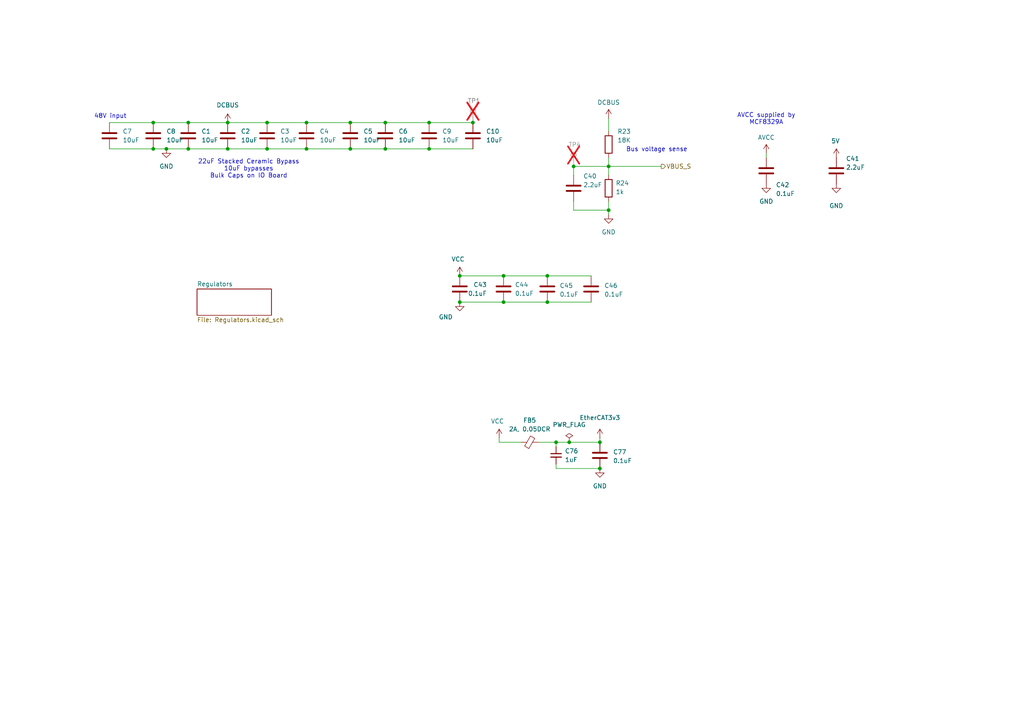
<source format=kicad_sch>
(kicad_sch (version 20231120) (generator "eeschema") (generator_version "8.0")
  (paper "A4")
  (lib_symbols
    (symbol "Connector:TestPoint" (pin_numbers hide) (pin_names (offset 0.762) hide)
      (property "Reference" "TP" (at 0 6.858 0))
      (property "Value" "TestPoint" (at 0 5.08 0))
      (symbol "TestPoint_0_1"
        (circle (center 0 3.302) (radius 0.762))
      )
      (symbol "TestPoint_1_1"
        (pin passive line (at 0 0 90) (length 2.54) (name "1") (number "1"))
      )
    )
    (symbol "Device:C" (pin_numbers hide) (pin_names (offset 0.254))
      (property "Reference" "C" (at 0.635 2.54 0))
      (property "Value" "C" (at 0.635 -2.54 0))
      (symbol "C_0_1"
        (polyline (pts (xy -2.032 -0.762) (xy 2.032 -0.762)) (stroke (width 0.508)))
        (polyline (pts (xy -2.032 0.762) (xy 2.032 0.762)) (stroke (width 0.508)))
      )
      (symbol "C_1_1"
        (pin passive line (at 0 3.81 270) (length 2.794) (name "~") (number "1"))
        (pin passive line (at 0 -3.81 90) (length 2.794) (name "~") (number "2"))
      )
    )
    (symbol "Device:C_Small" (pin_numbers hide) (pin_names (offset 0.254) hide)
      (property "Reference" "C" (at 0.254 1.778 0))
      (property "Value" "C_Small" (at 0.254 -2.032 0))
      (symbol "C_Small_0_1"
        (polyline (pts (xy -1.524 -0.508) (xy 1.524 -0.508)) (stroke (width 0.3302)))
        (polyline (pts (xy -1.524 0.508) (xy 1.524 0.508)) (stroke (width 0.3048)))
      )
      (symbol "C_Small_1_1"
        (pin passive line (at 0 2.54 270) (length 2.032) (name "~") (number "1"))
        (pin passive line (at 0 -2.54 90) (length 2.032) (name "~") (number "2"))
      )
    )
    (symbol "Device:FerriteBead_Small" (pin_numbers hide) (pin_names (offset 0))
      (property "Reference" "FB" (at 1.905 1.27 0))
      (property "Value" "FerriteBead_Small" (at 1.905 -1.27 0))
      (symbol "FerriteBead_Small_0_1"
        (polyline (pts (xy 0 -1.27) (xy 0 -0.7874)))
        (polyline (pts (xy 0 0.889) (xy 0 1.2954)))
        (polyline (pts (xy -1.8288 0.2794) (xy -1.1176 1.4986) (xy 1.8288 -0.2032) (xy 1.1176 -1.4224) (xy -1.8288 0.2794)))
      )
      (symbol "FerriteBead_Small_1_1"
        (pin passive line (at 0 2.54 270) (length 1.27) (name "~") (number "1"))
        (pin passive line (at 0 -2.54 90) (length 1.27) (name "~") (number "2"))
      )
    )
    (symbol "Device:R" (pin_numbers hide) (pin_names (offset 0))
      (property "Reference" "R" (at 2.032 0 90))
      (property "Value" "R" (at 0 0 90))
      (symbol "R_0_1"
        (rectangle (start -1.016 -2.54) (end 1.016 2.54) (stroke (width 0.254)))
      )
      (symbol "R_1_1"
        (pin passive line (at 0 3.81 270) (length 1.27) (name "~") (number "1"))
        (pin passive line (at 0 -3.81 90) (length 1.27) (name "~") (number "2"))
      )
    )
    (symbol "power:+3.3V" (power) (pin_numbers hide) (pin_names (offset 0) hide)
      (property "Value" "+3.3V" (at 0 3.556 0))
      (symbol "+3.3V_0_1"
        (polyline (pts (xy -0.762 1.27) (xy 0 2.54)))
        (polyline (pts (xy 0 0) (xy 0 2.54)))
        (polyline (pts (xy 0 2.54) (xy 0.762 1.27)))
      )
      (symbol "+3.3V_1_1"
        (pin power_in line (at 0 0 90) (length 0) (name "~") (number "1"))
      )
    )
    (symbol "power:+48V" (power) (pin_numbers hide) (pin_names (offset 0) hide)
      (property "Value" "+48V" (at 0 3.556 0))
      (symbol "+48V_0_1"
        (polyline (pts (xy -0.762 1.27) (xy 0 2.54)))
        (polyline (pts (xy 0 0) (xy 0 2.54)))
        (polyline (pts (xy 0 2.54) (xy 0.762 1.27)))
      )
      (symbol "+48V_1_1"
        (pin power_in line (at 0 0 90) (length 0) (name "~") (number "1"))
      )
    )
    (symbol "power:+5V" (power) (pin_numbers hide) (pin_names (offset 0) hide)
      (property "Value" "+5V" (at 0 3.556 0))
      (symbol "+5V_0_1"
        (polyline (pts (xy -0.762 1.27) (xy 0 2.54)))
        (polyline (pts (xy 0 0) (xy 0 2.54)))
        (polyline (pts (xy 0 2.54) (xy 0.762 1.27)))
      )
      (symbol "+5V_1_1"
        (pin power_in line (at 0 0 90) (length 0) (name "~") (number "1"))
      )
    )
    (symbol "power:GND" (power) (pin_numbers hide) (pin_names (offset 0) hide)
      (property "Value" "GND" (at 0 -3.81 0))
      (symbol "GND_0_1"
        (polyline (pts (xy 0 0) (xy 0 -1.27) (xy 1.27 -1.27) (xy 0 -2.54) (xy -1.27 -1.27) (xy 0 -1.27)))
      )
      (symbol "GND_1_1"
        (pin power_in line (at 0 0 270) (length 0) (name "~") (number "1"))
      )
    )
    (symbol "power:PWR_FLAG" (power) (pin_numbers hide) (pin_names (offset 0) hide)
      (property "Value" "PWR_FLAG" (at 0 3.81 0))
      (symbol "PWR_FLAG_0_0"
        (pin power_out line (at 0 0 90) (length 0) (name "~") (number "1"))
      )
      (symbol "PWR_FLAG_0_1"
        (polyline (pts (xy 0 0) (xy 0 1.27) (xy -1.016 1.905) (xy 0 2.54) (xy 1.016 1.905) (xy 0 1.27)))
      )
    )
    (symbol "power:VCC" (power) (pin_numbers hide) (pin_names (offset 0) hide)
      (property "Value" "VCC" (at 0 3.556 0))
      (symbol "VCC_0_1"
        (polyline (pts (xy -0.762 1.27) (xy 0 2.54)))
        (polyline (pts (xy 0 0) (xy 0 2.54)))
        (polyline (pts (xy 0 2.54) (xy 0.762 1.27)))
      )
      (symbol "VCC_1_1"
        (pin power_in line (at 0 0 90) (length 0) (name "~") (number "1"))
      )
    )
  )
  (junction (at 158.75 87.63))
  (junction (at 176.53 60.96))
  (junction (at 146.05 80.01))
  (junction (at 158.75 80.01))
  (junction (at 133.35 87.63))
  (junction (at 166.37 48.26))
  (junction (at 173.99 135.89))
  (junction (at 133.35 80.01))
  (junction (at 54.61 35.56))
  (junction (at 44.45 35.56))
  (junction (at 146.05 87.63))
  (junction (at 161.29 128.27))
  (junction (at 101.6 35.56))
  (junction (at 137.16 35.56))
  (junction (at 88.9 35.56))
  (junction (at 165.1 128.27))
  (junction (at 77.47 35.56))
  (junction (at 124.46 43.18))
  (junction (at 176.53 48.26))
  (junction (at 111.76 35.56))
  (junction (at 48.26 43.18))
  (junction (at 88.9 43.18))
  (junction (at 173.99 128.27))
  (junction (at 124.46 35.56))
  (junction (at 66.04 43.18))
  (junction (at 54.61 43.18))
  (junction (at 44.45 43.18))
  (junction (at 66.04 35.56))
  (junction (at 77.47 43.18))
  (junction (at 111.76 43.18))
  (junction (at 101.6 43.18))
  (wire (pts (xy 66.04 43.18) (xy 77.47 43.18)))
  (wire (pts (xy 176.53 48.26) (xy 176.53 50.8)))
  (wire (pts (xy 176.53 34.29) (xy 176.53 38.1)))
  (wire (pts (xy 101.6 35.56) (xy 111.76 35.56)))
  (wire (pts (xy 111.76 43.18) (xy 124.46 43.18)))
  (wire (pts (xy 66.04 35.56) (xy 77.47 35.56)))
  (wire (pts (xy 144.78 127) (xy 144.78 128.27)))
  (wire (pts (xy 176.53 60.96) (xy 176.53 62.23)))
  (wire (pts (xy 111.76 35.56) (xy 124.46 35.56)))
  (wire (pts (xy 176.53 60.96) (xy 166.37 60.96)))
  (wire (pts (xy 31.75 35.56) (xy 44.45 35.56)))
  (wire (pts (xy 146.05 80.01) (xy 158.75 80.01)))
  (wire (pts (xy 176.53 45.72) (xy 176.53 48.26)))
  (wire (pts (xy 144.78 128.27) (xy 151.13 128.27)))
  (wire (pts (xy 158.75 80.01) (xy 171.45 80.01)))
  (wire (pts (xy 48.26 43.18) (xy 54.61 43.18)))
  (wire (pts (xy 222.25 44.45) (xy 222.25 45.72)))
  (wire (pts (xy 54.61 43.18) (xy 66.04 43.18)))
  (wire (pts (xy 54.61 35.56) (xy 66.04 35.56)))
  (wire (pts (xy 133.35 80.01) (xy 146.05 80.01)))
  (wire (pts (xy 88.9 43.18) (xy 101.6 43.18)))
  (wire (pts (xy 161.29 128.27) (xy 161.29 129.54)))
  (wire (pts (xy 44.45 43.18) (xy 48.26 43.18)))
  (wire (pts (xy 165.1 128.27) (xy 173.99 128.27)))
  (wire (pts (xy 161.29 135.89) (xy 173.99 135.89)))
  (wire (pts (xy 124.46 43.18) (xy 137.16 43.18)))
  (wire (pts (xy 161.29 135.89) (xy 161.29 134.62)))
  (wire (pts (xy 44.45 35.56) (xy 54.61 35.56)))
  (wire (pts (xy 166.37 48.26) (xy 176.53 48.26)))
  (wire (pts (xy 173.99 128.27) (xy 173.99 129.54)))
  (wire (pts (xy 176.53 58.42) (xy 176.53 60.96)))
  (wire (pts (xy 124.46 35.56) (xy 137.16 35.56)))
  (wire (pts (xy 166.37 50.8) (xy 166.37 48.26)))
  (wire (pts (xy 88.9 35.56) (xy 101.6 35.56)))
  (wire (pts (xy 176.53 48.26) (xy 191.77 48.26)))
  (wire (pts (xy 31.75 43.18) (xy 44.45 43.18)))
  (wire (pts (xy 77.47 35.56) (xy 88.9 35.56)))
  (wire (pts (xy 146.05 87.63) (xy 158.75 87.63)))
  (wire (pts (xy 166.37 60.96) (xy 166.37 58.42)))
  (wire (pts (xy 77.47 43.18) (xy 88.9 43.18)))
  (wire (pts (xy 158.75 87.63) (xy 171.45 87.63)))
  (wire (pts (xy 173.99 127) (xy 173.99 128.27)))
  (wire (pts (xy 133.35 87.63) (xy 146.05 87.63)))
  (wire (pts (xy 156.21 128.27) (xy 161.29 128.27)))
  (wire (pts (xy 161.29 128.27) (xy 165.1 128.27)))
  (wire (pts (xy 101.6 43.18) (xy 111.76 43.18)))
  (text "22uF Stacked Ceramic Bypass\n10uF bypasses\nBulk Caps on IO Board" (at 72.136 49.022 0) (effects (font (size 1.27 1.27))))
  (text "48V input" (at 32.004 33.782 0) (effects (font (size 1.27 1.27))))
  (text "Bus voltage sense" (at 190.5 43.434 0) (effects (font (size 1.27 1.27))))
  (text "AVCC supplied by\nMCF8329A" (at 222.25 34.544 0) (effects (font (size 1.27 1.27))))
  (hierarchical_label "VBUS_S" (shape output) (at 191.77 48.26 0))
  (symbol (lib_id "Device:C") (at 31.75 39.37 0) (unit 1)
    (property "Reference" "C7" (at 35.56 38.0999 0) (effects (justify left)))
    (property "Value" "10uF" (at 35.56 40.6399 0) (effects (justify left)))
    (property "Footprint" "Capacitor_SMD:C_1210_3225Metric" (effects (hide yes)))
    (property "Description" "Unpolarized capacitor" (effects (hide yes)))
    (property "LCSC Part #" " C5156756" (effects (hide yes)))
    (property "LCSC Part #" " C5156756" (effects (hide yes)))
  )
  (symbol (lib_id "Device:C") (at 222.25 49.53 0) (unit 1)
    (property "Reference" "C42" (at 225.044 54.356 0) (effects (justify left bottom)))
    (property "Value" "${CAPACITANCE}" (at 225.044 56.896 0) (effects (justify left bottom)))
    (property "Footprint" "Capacitor_SMD:C_0603_1608Metric" (effects (hide yes)))
    (property "Description" "CAP CER 0.1UF 50V X7R 0603" (effects (hide yes)))
    (property "SUPPLIER 1" "Digi-Key" (effects (hide yes)))
    (property "SUPPLIER PART NUMBER 1" "490-1519-2-ND" (effects (hide yes)))
    (property "MANUFACTURER" "Murata Electronics North America" (effects (hide yes)))
    (property "MANUFACTURER PART NUMBER" "GRM188R71H104KA93D" (effects (hide yes)))
    (property "ROHS" "RoHS Compliant" (effects (hide yes)))
    (property "CATEGORY" "Capacitors" (effects (hide yes)))
    (property "PRICING 1" "4000=0.01822, 8000=0.01663, 12000=0.01584 (USD)" (effects (hide yes)))
    (property "PACKAGING" "Tape & Reel (TR)" (effects (hide yes)))
    (property "CAPACITANCE" "0.1uF" (effects (hide yes)))
    (property "TOLERANCE" "±10%" (effects (hide yes)))
    (property "VOLTAGE - RATED" "50V" (effects (hide yes)))
    (property "TEMPERATURE COEFFICIENT" "X7R" (effects (hide yes)))
    (property "MOUNTING TYPE" "Surface Mount, MLCC" (effects (hide yes)))
    (property "OPERATING TEMPERATURE" "-55°C ~ 125°C" (effects (hide yes)))
    (property "APPLICATIONS" "General Purpose" (effects (hide yes)))
    (property "RATINGS" "-" (effects (hide yes)))
    (property "PACKAGE / CASE" "0603 (1608 Metric)" (effects (hide yes)))
    (property "SIZE / DIMENSION" "0.063\" L x 0.032\" W (1.60mm x 0.80mm)" (effects (hide yes)))
    (property "HEIGHT - SEATED (MAX)" "-" (effects (hide yes)))
    (property "THICKNESS (MAX)" "0.035\" (0.90mm)" (effects (hide yes)))
    (property "LEAD SPACING" "-" (effects (hide yes)))
    (property "FEATURES" "-" (effects (hide yes)))
    (property "LEAD STYLE" "-" (effects (hide yes)))
    (property "COMPONENTLINK1URL" "http://www.murata.com/~/media/webrenewal/support/library/catalog/products/capacitor/mlcc/c02e.ashx?la=en-us" (effects (hide yes)))
    (property "COMPONENTLINK1DESCRIPTION" "http://www.murata.com/~/media/webrenewal/support/library/catalog/products/capacitor/mlcc/c02e.ashx?la=en-us" (effects (hide yes)))
    (property "STOCK" "19812000" (effects (hide yes)))
    (property "PART STATUS" "Active" (effects (hide yes)))
    (property "SUPPLIER 2" "Digi-Key" (effects (hide yes)))
    (property "SUPPLIER PART NUMBER 2" "490-1519-1-ND" (effects (hide yes)))
    (property "PRICING 2" "1=0.12, 10=0.084, 100=0.0396, 500=0.02778, 1000=0.023 (USD)" (effects (hide yes)))
    (property "LCSC Part #" "C14663" (effects (hide yes)))
  )
  (symbol (lib_id "Device:C") (at 166.37 54.61 0) (unit 1)
    (property "Reference" "C40" (at 169.164 51.816 0) (effects (justify left bottom)))
    (property "Value" "2.2uF" (at 169.164 54.356 0) (effects (justify left bottom)))
    (property "Footprint" "Capacitor_SMD:C_0603_1608Metric" (effects (hide yes)))
    (property "Description" "CAP CER 2.2UF 16V X5R 0603" (effects (hide yes)))
    (property "SUPPLIER 1" "Digi-Key" (effects (hide yes)))
    (property "SUPPLIER PART NUMBER 1" "490-3296-1-ND" (effects (hide yes)))
    (property "MANUFACTURER" "Murata Electronics North America" (effects (hide yes)))
    (property "MANUFACTURER PART NUMBER" "GRM188R61C225KE15D" (effects (hide yes)))
    (property "ROHS" "RoHS Compliant" (effects (hide yes)))
    (property "CATEGORY" "Capacitors" (effects (hide yes)))
    (property "STOCK 1" "1255740" (effects (hide yes)))
    (property "PRICING 1" "1=0.12, 10=0.08, 50=0.046, 100=0.038, 250=0.032, 500=0.0268, 1000=0.022 (USD)" (effects (hide yes)))
    (property "PACKAGING" "Cut Tape (CT)" (effects (hide yes)))
    (property "CAPACITANCE" "2.2µF" (effects (hide yes)))
    (property "TOLERANCE" "±10%" (effects (hide yes)))
    (property "VOLTAGE - RATED" "16V" (effects (hide yes)))
    (property "TEMPERATURE COEFFICIENT" "X5R" (effects (hide yes)))
    (property "MOUNTING TYPE" "Surface Mount, MLCC" (effects (hide yes)))
    (property "OPERATING TEMPERATURE" "-55°C ~ 85°C" (effects (hide yes)))
    (property "APPLICATIONS" "General Purpose" (effects (hide yes)))
    (property "RATINGS" "-" (effects (hide yes)))
    (property "PACKAGE / CASE" "0603 (1608 Metric)" (effects (hide yes)))
    (property "SIZE / DIMENSION" "0.063\" L x 0.031\" W (1.60mm x 0.80mm)" (effects (hide yes)))
    (property "HEIGHT - SEATED (MAX)" "-" (effects (hide yes)))
    (property "THICKNESS (MAX)" "0.035\" (0.90mm)" (effects (hide yes)))
    (property "LEAD SPACING" "-" (effects (hide yes)))
    (property "FEATURES" "-" (effects (hide yes)))
    (property "LEAD STYLE" "-" (effects (hide yes)))
    (property "COMPONENTLINK1URL" "http://www.murata.com/~/media/webrenewal/support/library/catalog/products/capacitor/mlcc/c02e.pdf" (effects (hide yes)))
    (property "COMPONENTLINK1DESCRIPTION" "http://www.murata.com/~/media/webrenewal/support/library/catalog/products/capacitor/mlcc/c02e.pdf" (effects (hide yes)))
    (property "LCSC Part #" "C77183" (effects (hide yes)))
  )
  (symbol (lib_id "power:+3.3V") (at 173.99 127 0) (unit 1)
    (property "Reference" "#PWR0113" (effects (hide yes)))
    (property "Value" "EtherCAT3v3" (at 173.99 121.158 0))
    (property "Description" "Power symbol creates a global label with name \"+3.3V\"" (effects (hide yes)))
  )
  (symbol (lib_id "Device:C") (at 54.61 39.37 0) (unit 1)
    (property "Reference" "C1" (at 58.42 38.0999 0) (effects (justify left)))
    (property "Value" "10uF" (at 58.42 40.6399 0) (effects (justify left)))
    (property "Footprint" "Capacitor_SMD:C_1210_3225Metric" (effects (hide yes)))
    (property "Description" "Unpolarized capacitor" (effects (hide yes)))
    (property "LCSC Part #" " C5156756" (effects (hide yes)))
    (property "LCSC Part #" " C5156756" (effects (hide yes)))
  )
  (symbol (lib_id "Device:R") (at 176.53 41.91 0) (unit 1)
    (property "Reference" "R23" (at 179.07 38.862 0) (effects (justify left bottom)))
    (property "Value" "18K" (at 179.07 41.402 0) (effects (justify left bottom)))
    (property "Footprint" "Resistor_SMD:R_0603_1608Metric" (effects (hide yes)))
    (property "Description" "RES SMD 10K OHM 1% 1/10W 0603" (effects (hide yes)))
    (property "SUPPLIER 1" "Digi-Key" (effects (hide yes)))
    (property "SUPPLIER PART NUMBER 1" "311-10.0KHRCT-ND" (effects (hide yes)))
    (property "MANUFACTURER" "Yageo" (effects (hide yes)))
    (property "MANUFACTURER PART NUMBER" "RC0603FR-0710KL" (effects (hide yes)))
    (property "ROHS" "RoHS Compliant" (effects (hide yes)))
    (property "CATEGORY" "Resistors" (effects (hide yes)))
    (property "STOCK 1" "13504930" (effects (hide yes)))
    (property "PRICING 1" "1=0.1, 10=0.014, 25=0.01, 100=0.0057, 250=0.00436, 500=0.00348, 1000=0.00257, 2500=0.00223 (USD)" (effects (hide yes)))
    (property "PACKAGING" "Cut Tape (CT)" (effects (hide yes)))
    (property "RESISTANCE (OHMS)" "10k" (effects (hide yes)))
    (property "TOLERANCE" "±1%" (effects (hide yes)))
    (property "POWER (WATTS)" "0.1W, 1/10W" (effects (hide yes)))
    (property "COMPOSITION" "Thick Film" (effects (hide yes)))
    (property "FEATURES" "Moisture Resistant" (effects (hide yes)))
    (property "TEMPERATURE COEFFICIENT" "±100ppm/°C" (effects (hide yes)))
    (property "OPERATING TEMPERATURE" "-55°C ~ 155°C" (effects (hide yes)))
    (property "PACKAGE / CASE" "0603 (1608 Metric)" (effects (hide yes)))
    (property "SUPPLIER DEVICE PACKAGE" "0603" (effects (hide yes)))
    (property "SIZE / DIMENSION" "0.063\" L x 0.031\" W (1.60mm x 0.80mm)" (effects (hide yes)))
    (property "HEIGHT" "0.022\" (0.55mm)" (effects (hide yes)))
    (property "NUMBER OF TERMINATIONS" "2" (effects (hide yes)))
    (property "COMPONENTLINK1URL" "http://www.yageo.com/documents/recent/PYu-RC_Group_51_RoHS_L_04.pdf" (effects (hide yes)))
    (property "COMPONENTLINK1DESCRIPTION" "http://www.yageo.com/documents/recent/PYu-RC_Group_51_RoHS_L_04.pdf" (effects (hide yes)))
    (property "LCSC Part #" " C98220" (effects (hide yes)))
  )
  (symbol (lib_id "Device:FerriteBead_Small") (at 153.67 128.27 90) (unit 1)
    (property "Reference" "FB5" (at 153.6319 121.92 90))
    (property "Value" "2A, 0.05DCR" (at 153.6319 124.46 90))
    (property "Footprint" "Inductor_SMD:L_1206_3216Metric" (effects (hide yes)))
    (property "Description" "Ferrite bead, small symbol" (effects (hide yes)))
    (property "LCSC Part #" "C380287" (effects (hide yes)))
  )
  (symbol (lib_id "power:+48V") (at 66.04 35.56 0) (unit 1)
    (property "Reference" "#PWR01" (effects (hide yes)))
    (property "Value" "DCBUS" (at 66.04 30.48 0))
    (property "Description" "Power symbol creates a global label with name \"+48V\"" (effects (hide yes)))
  )
  (symbol (lib_id "power:+5V") (at 242.57 45.72 0) (unit 1)
    (property "Reference" "#PWR048" (effects (hide yes)))
    (property "Value" "5V" (at 242.316 40.894 0))
  )
  (symbol (lib_id "Connector:TestPoint") (at 166.37 48.26 0) (unit 1) (dnp yes)
    (property "Reference" "TP4" (at 164.846 42.672 0) (effects (justify left bottom)))
    (property "Value" "TESTPOINT" (effects (hide yes)))
    (property "Footprint" "TestPoint:TestPoint_Pad_1.0x1.0mm" (effects (hide yes)))
    (property "Description" "SMD test pin" (effects (hide yes)))
  )
  (symbol (lib_id "power:PWR_FLAG") (at 165.1 128.27 0) (unit 1)
    (property "Reference" "#FLG09" (effects (hide yes)))
    (property "Value" "PWR_FLAG" (at 165.1 123.19 0))
    (property "Description" "Special symbol for telling ERC where power comes from" (effects (hide yes)))
  )
  (symbol (lib_id "Device:C") (at 44.45 39.37 0) (unit 1)
    (property "Reference" "C8" (at 48.26 38.0999 0) (effects (justify left)))
    (property "Value" "10uF" (at 48.26 40.6399 0) (effects (justify left)))
    (property "Footprint" "Capacitor_SMD:C_1210_3225Metric" (effects (hide yes)))
    (property "Description" "Unpolarized capacitor" (effects (hide yes)))
    (property "LCSC Part #" " C5156756" (effects (hide yes)))
    (property "LCSC Part #" " C5156756" (effects (hide yes)))
  )
  (symbol (lib_id "power:GND") (at 176.53 62.23 0) (unit 1)
    (property "Reference" "#PWR047" (effects (hide yes)))
    (property "Value" "GND" (at 176.53 67.31 0))
    (property "Description" "Power symbol creates a global label with name \"GND\" , ground" (effects (hide yes)))
  )
  (symbol (lib_id "power:VCC") (at 133.35 80.01 0) (unit 1)
    (property "Reference" "#PWR053" (effects (hide yes)))
    (property "Value" "VCC" (at 132.842 75.184 0))
  )
  (symbol (lib_id "power:GND") (at 48.26 43.18 0) (unit 1)
    (property "Reference" "#PWR02" (effects (hide yes)))
    (property "Value" "GND" (at 48.26 48.26 0))
    (property "Description" "Power symbol creates a global label with name \"GND\" , ground" (effects (hide yes)))
  )
  (symbol (lib_id "Device:C_Small") (at 161.29 132.08 0) (unit 1)
    (property "Reference" "C76" (at 163.83 130.8162 0) (effects (justify left)))
    (property "Value" "1uF" (at 163.83 133.3562 0) (effects (justify left)))
    (property "Footprint" "Capacitor_SMD:C_0603_1608Metric" (effects (hide yes)))
    (property "Description" "Unpolarized capacitor, small symbol" (effects (hide yes)))
    (property "LCSC Part #" " C106858" (effects (hide yes)))
  )
  (symbol (lib_id "power:GND") (at 173.99 135.89 0) (unit 1)
    (property "Reference" "#PWR0112" (effects (hide yes)))
    (property "Value" "GND" (at 173.99 140.97 0))
    (property "Description" "Power symbol creates a global label with name \"GND\" , ground" (effects (hide yes)))
  )
  (symbol (lib_id "Device:R") (at 176.53 54.61 0) (unit 1)
    (property "Reference" "R24" (at 178.562 53.848 0) (effects (justify left bottom)))
    (property "Value" "1k" (at 178.562 56.388 0) (effects (justify left bottom)))
    (property "Footprint" "Resistor_SMD:R_0603_1608Metric" (effects (hide yes)))
    (property "Description" "RES SMD 1K OHM 1% 1/10W 0603" (effects (hide yes)))
    (property "SUPPLIER 1" "Digi-Key" (effects (hide yes)))
    (property "SUPPLIER PART NUMBER 1" "311-1.00KHRCT-ND" (effects (hide yes)))
    (property "MANUFACTURER" "Yageo" (effects (hide yes)))
    (property "ROHS" "RoHS Compliant" (effects (hide yes)))
    (property "CATEGORY" "Resistors" (effects (hide yes)))
    (property "STOCK 1" "6734836" (effects (hide yes)))
    (property "PRICING 1" "1=0.1, 10=0.014, 25=0.01, 100=0.0057, 250=0.00436, 500=0.00348, 1000=0.00257, 2500=0.00223 (USD)" (effects (hide yes)))
    (property "PACKAGING" "Cut Tape (CT)" (effects (hide yes)))
    (property "TOLERANCE" "±1%" (effects (hide yes)))
    (property "POWER (WATTS)" "0.1W, 1/10W" (effects (hide yes)))
    (property "COMPOSITION" "Thick Film" (effects (hide yes)))
    (property "FEATURES" "Moisture Resistant" (effects (hide yes)))
    (property "TEMPERATURE COEFFICIENT" "±100ppm/°C" (effects (hide yes)))
    (property "OPERATING TEMPERATURE" "-55°C ~ 155°C" (effects (hide yes)))
    (property "PACKAGE / CASE" "0603 (1608 Metric)" (effects (hide yes)))
    (property "SUPPLIER DEVICE PACKAGE" "0603" (effects (hide yes)))
    (property "SIZE / DIMENSION" "0.063\" L x 0.031\" W (1.60mm x 0.80mm)" (effects (hide yes)))
    (property "HEIGHT" "0.022\" (0.55mm)" (effects (hide yes)))
    (property "NUMBER OF TERMINATIONS" "2" (effects (hide yes)))
    (property "COMPONENTLINK1URL" "http://www.yageo.com/documents/recent/PYu-RC_Group_51_RoHS_L_04.pdf" (effects (hide yes)))
    (property "COMPONENTLINK1DESCRIPTION" "http://www.yageo.com/documents/recent/PYu-RC_Group_51_RoHS_L_04.pdf" (effects (hide yes)))
    (property "MANUFACTURER PART NUMBER" "RC0603FR-071KL" (effects (hide yes)))
    (property "RESISTANCE (OHMS)" "1k" (effects (hide yes)))
    (property "LCSC Part #" "C22548" (effects (hide yes)))
  )
  (symbol (lib_id "Device:C") (at 146.05 83.82 0) (unit 1)
    (property "Reference" "C44" (at 149.352 83.312 0) (effects (justify left bottom)))
    (property "Value" "${CAPACITANCE}" (at 149.352 85.852 0) (effects (justify left bottom)))
    (property "Footprint" "Capacitor_SMD:C_0603_1608Metric" (effects (hide yes)))
    (property "Description" "CAP CER 0.1UF 50V X7R 0603" (effects (hide yes)))
    (property "SUPPLIER 1" "Digi-Key" (effects (hide yes)))
    (property "SUPPLIER PART NUMBER 1" "490-1519-2-ND" (effects (hide yes)))
    (property "MANUFACTURER" "Murata Electronics North America" (effects (hide yes)))
    (property "MANUFACTURER PART NUMBER" "GRM188R71H104KA93D" (effects (hide yes)))
    (property "ROHS" "RoHS Compliant" (effects (hide yes)))
    (property "CATEGORY" "Capacitors" (effects (hide yes)))
    (property "PRICING 1" "4000=0.01822, 8000=0.01663, 12000=0.01584 (USD)" (effects (hide yes)))
    (property "PACKAGING" "Tape & Reel (TR)" (effects (hide yes)))
    (property "CAPACITANCE" "0.1uF" (effects (hide yes)))
    (property "TOLERANCE" "±10%" (effects (hide yes)))
    (property "VOLTAGE - RATED" "50V" (effects (hide yes)))
    (property "TEMPERATURE COEFFICIENT" "X7R" (effects (hide yes)))
    (property "MOUNTING TYPE" "Surface Mount, MLCC" (effects (hide yes)))
    (property "OPERATING TEMPERATURE" "-55°C ~ 125°C" (effects (hide yes)))
    (property "APPLICATIONS" "General Purpose" (effects (hide yes)))
    (property "RATINGS" "-" (effects (hide yes)))
    (property "PACKAGE / CASE" "0603 (1608 Metric)" (effects (hide yes)))
    (property "SIZE / DIMENSION" "0.063\" L x 0.032\" W (1.60mm x 0.80mm)" (effects (hide yes)))
    (property "HEIGHT - SEATED (MAX)" "-" (effects (hide yes)))
    (property "THICKNESS (MAX)" "0.035\" (0.90mm)" (effects (hide yes)))
    (property "LEAD SPACING" "-" (effects (hide yes)))
    (property "FEATURES" "-" (effects (hide yes)))
    (property "LEAD STYLE" "-" (effects (hide yes)))
    (property "COMPONENTLINK1URL" "http://www.murata.com/~/media/webrenewal/support/library/catalog/products/capacitor/mlcc/c02e.ashx?la=en-us" (effects (hide yes)))
    (property "COMPONENTLINK1DESCRIPTION" "http://www.murata.com/~/media/webrenewal/support/library/catalog/products/capacitor/mlcc/c02e.ashx?la=en-us" (effects (hide yes)))
    (property "STOCK" "19812000" (effects (hide yes)))
    (property "PART STATUS" "Active" (effects (hide yes)))
    (property "SUPPLIER 2" "Digi-Key" (effects (hide yes)))
    (property "SUPPLIER PART NUMBER 2" "490-1519-1-ND" (effects (hide yes)))
    (property "PRICING 2" "1=0.12, 10=0.084, 100=0.0396, 500=0.02778, 1000=0.023 (USD)" (effects (hide yes)))
    (property "LCSC Part #" "C77055" (effects (hide yes)))
  )
  (symbol (lib_id "Device:C") (at 88.9 39.37 0) (unit 1)
    (property "Reference" "C4" (at 92.71 38.0999 0) (effects (justify left)))
    (property "Value" "10uF" (at 92.71 40.6399 0) (effects (justify left)))
    (property "Footprint" "Capacitor_SMD:C_1210_3225Metric" (effects (hide yes)))
    (property "Description" "Unpolarized capacitor" (effects (hide yes)))
    (property "LCSC Part #" " C5156756" (effects (hide yes)))
    (property "LCSC Part #" " C5156756" (effects (hide yes)))
  )
  (symbol (lib_id "Device:C") (at 242.57 49.53 0) (unit 1)
    (property "Reference" "C41" (at 245.364 46.736 0) (effects (justify left bottom)))
    (property "Value" "2.2uF" (at 245.364 49.276 0) (effects (justify left bottom)))
    (property "Footprint" "Capacitor_SMD:C_0603_1608Metric" (effects (hide yes)))
    (property "Description" "CAP CER 2.2UF 16V X5R 0603" (effects (hide yes)))
    (property "SUPPLIER 1" "Digi-Key" (effects (hide yes)))
    (property "SUPPLIER PART NUMBER 1" "490-3296-1-ND" (effects (hide yes)))
    (property "MANUFACTURER" "Murata Electronics North America" (effects (hide yes)))
    (property "MANUFACTURER PART NUMBER" "GRM188R61C225KE15D" (effects (hide yes)))
    (property "ROHS" "RoHS Compliant" (effects (hide yes)))
    (property "CATEGORY" "Capacitors" (effects (hide yes)))
    (property "STOCK 1" "1255740" (effects (hide yes)))
    (property "PRICING 1" "1=0.12, 10=0.08, 50=0.046, 100=0.038, 250=0.032, 500=0.0268, 1000=0.022 (USD)" (effects (hide yes)))
    (property "PACKAGING" "Cut Tape (CT)" (effects (hide yes)))
    (property "CAPACITANCE" "2.2µF" (effects (hide yes)))
    (property "TOLERANCE" "±10%" (effects (hide yes)))
    (property "VOLTAGE - RATED" "16V" (effects (hide yes)))
    (property "TEMPERATURE COEFFICIENT" "X5R" (effects (hide yes)))
    (property "MOUNTING TYPE" "Surface Mount, MLCC" (effects (hide yes)))
    (property "OPERATING TEMPERATURE" "-55°C ~ 85°C" (effects (hide yes)))
    (property "APPLICATIONS" "General Purpose" (effects (hide yes)))
    (property "RATINGS" "-" (effects (hide yes)))
    (property "PACKAGE / CASE" "0603 (1608 Metric)" (effects (hide yes)))
    (property "SIZE / DIMENSION" "0.063\" L x 0.031\" W (1.60mm x 0.80mm)" (effects (hide yes)))
    (property "HEIGHT - SEATED (MAX)" "-" (effects (hide yes)))
    (property "THICKNESS (MAX)" "0.035\" (0.90mm)" (effects (hide yes)))
    (property "LEAD SPACING" "-" (effects (hide yes)))
    (property "FEATURES" "-" (effects (hide yes)))
    (property "LEAD STYLE" "-" (effects (hide yes)))
    (property "COMPONENTLINK1URL" "http://www.murata.com/~/media/webrenewal/support/library/catalog/products/capacitor/mlcc/c02e.pdf" (effects (hide yes)))
    (property "COMPONENTLINK1DESCRIPTION" "http://www.murata.com/~/media/webrenewal/support/library/catalog/products/capacitor/mlcc/c02e.pdf" (effects (hide yes)))
    (property "LCSC Part #" "C77183" (effects (hide yes)))
  )
  (symbol (lib_id "Device:C") (at 133.35 83.82 0) (mirror y) (unit 1)
    (property "Reference" "C43" (at 141.224 83.312 0) (effects (justify left bottom)))
    (property "Value" "${CAPACITANCE}" (at 141.224 85.852 0) (effects (justify left bottom)))
    (property "Footprint" "Capacitor_SMD:C_0603_1608Metric" (effects (hide yes)))
    (property "Description" "CAP CER 0.1UF 50V X7R 0603" (effects (hide yes)))
    (property "SUPPLIER 1" "Digi-Key" (effects (hide yes)))
    (property "SUPPLIER PART NUMBER 1" "490-1519-2-ND" (effects (hide yes)))
    (property "MANUFACTURER" "Murata Electronics North America" (effects (hide yes)))
    (property "MANUFACTURER PART NUMBER" "GRM188R71H104KA93D" (effects (hide yes)))
    (property "ROHS" "RoHS Compliant" (effects (hide yes)))
    (property "CATEGORY" "Capacitors" (effects (hide yes)))
    (property "PRICING 1" "4000=0.01822, 8000=0.01663, 12000=0.01584 (USD)" (effects (hide yes)))
    (property "PACKAGING" "Tape & Reel (TR)" (effects (hide yes)))
    (property "CAPACITANCE" "0.1uF" (effects (hide yes)))
    (property "TOLERANCE" "±10%" (effects (hide yes)))
    (property "VOLTAGE - RATED" "50V" (effects (hide yes)))
    (property "TEMPERATURE COEFFICIENT" "X7R" (effects (hide yes)))
    (property "MOUNTING TYPE" "Surface Mount, MLCC" (effects (hide yes)))
    (property "OPERATING TEMPERATURE" "-55°C ~ 125°C" (effects (hide yes)))
    (property "APPLICATIONS" "General Purpose" (effects (hide yes)))
    (property "RATINGS" "-" (effects (hide yes)))
    (property "PACKAGE / CASE" "0603 (1608 Metric)" (effects (hide yes)))
    (property "SIZE / DIMENSION" "0.063\" L x 0.032\" W (1.60mm x 0.80mm)" (effects (hide yes)))
    (property "HEIGHT - SEATED (MAX)" "-" (effects (hide yes)))
    (property "THICKNESS (MAX)" "0.035\" (0.90mm)" (effects (hide yes)))
    (property "LEAD SPACING" "-" (effects (hide yes)))
    (property "FEATURES" "-" (effects (hide yes)))
    (property "LEAD STYLE" "-" (effects (hide yes)))
    (property "COMPONENTLINK1URL" "http://www.murata.com/~/media/webrenewal/support/library/catalog/products/capacitor/mlcc/c02e.ashx?la=en-us" (effects (hide yes)))
    (property "COMPONENTLINK1DESCRIPTION" "http://www.murata.com/~/media/webrenewal/support/library/catalog/products/capacitor/mlcc/c02e.ashx?la=en-us" (effects (hide yes)))
    (property "STOCK" "19812000" (effects (hide yes)))
    (property "PART STATUS" "Active" (effects (hide yes)))
    (property "SUPPLIER 2" "Digi-Key" (effects (hide yes)))
    (property "SUPPLIER PART NUMBER 2" "490-1519-1-ND" (effects (hide yes)))
    (property "PRICING 2" "1=0.12, 10=0.084, 100=0.0396, 500=0.02778, 1000=0.023 (USD)" (effects (hide yes)))
    (property "LCSC Part #" "C77055" (effects (hide yes)))
  )
  (symbol (lib_id "Device:C") (at 77.47 39.37 0) (unit 1)
    (property "Reference" "C3" (at 81.28 38.0999 0) (effects (justify left)))
    (property "Value" "10uF" (at 81.28 40.6399 0) (effects (justify left)))
    (property "Footprint" "Capacitor_SMD:C_1210_3225Metric" (effects (hide yes)))
    (property "Description" "Unpolarized capacitor" (effects (hide yes)))
    (property "LCSC Part #" " C5156756" (effects (hide yes)))
    (property "LCSC Part #" " C5156756" (effects (hide yes)))
  )
  (symbol (lib_id "Device:C") (at 101.6 39.37 0) (unit 1)
    (property "Reference" "C5" (at 105.41 38.0999 0) (effects (justify left)))
    (property "Value" "10uF" (at 105.41 40.6399 0) (effects (justify left)))
    (property "Footprint" "Capacitor_SMD:C_1210_3225Metric" (effects (hide yes)))
    (property "Description" "Unpolarized capacitor" (effects (hide yes)))
    (property "LCSC Part #" " C5156756" (effects (hide yes)))
    (property "LCSC Part #" " C5156756" (effects (hide yes)))
  )
  (symbol (lib_id "power:VCC") (at 222.25 44.45 0) (unit 1)
    (property "Reference" "#PWR050" (effects (hide yes)))
    (property "Value" "AVCC" (at 222.25 39.878 0))
  )
  (symbol (lib_id "Device:C") (at 66.04 39.37 0) (unit 1)
    (property "Reference" "C2" (at 69.85 38.0999 0) (effects (justify left)))
    (property "Value" "10uF" (at 69.85 40.6399 0) (effects (justify left)))
    (property "Footprint" "Capacitor_SMD:C_1210_3225Metric" (effects (hide yes)))
    (property "Description" "Unpolarized capacitor" (effects (hide yes)))
    (property "LCSC Part #" " C5156756" (effects (hide yes)))
    (property "LCSC Part #" " C5156756" (effects (hide yes)))
  )
  (symbol (lib_id "Device:C") (at 158.75 83.82 0) (unit 1)
    (property "Reference" "C45" (at 162.306 83.566 0) (effects (justify left bottom)))
    (property "Value" "${CAPACITANCE}" (at 162.306 86.106 0) (effects (justify left bottom)))
    (property "Footprint" "Capacitor_SMD:C_0603_1608Metric" (effects (hide yes)))
    (property "Description" "CAP CER 0.1UF 50V X7R 0603" (effects (hide yes)))
    (property "SUPPLIER 1" "Digi-Key" (effects (hide yes)))
    (property "SUPPLIER PART NUMBER 1" "490-1519-2-ND" (effects (hide yes)))
    (property "MANUFACTURER" "Murata Electronics North America" (effects (hide yes)))
    (property "MANUFACTURER PART NUMBER" "GRM188R71H104KA93D" (effects (hide yes)))
    (property "ROHS" "RoHS Compliant" (effects (hide yes)))
    (property "CATEGORY" "Capacitors" (effects (hide yes)))
    (property "PRICING 1" "4000=0.01822, 8000=0.01663, 12000=0.01584 (USD)" (effects (hide yes)))
    (property "PACKAGING" "Tape & Reel (TR)" (effects (hide yes)))
    (property "CAPACITANCE" "0.1uF" (effects (hide yes)))
    (property "TOLERANCE" "±10%" (effects (hide yes)))
    (property "VOLTAGE - RATED" "50V" (effects (hide yes)))
    (property "TEMPERATURE COEFFICIENT" "X7R" (effects (hide yes)))
    (property "MOUNTING TYPE" "Surface Mount, MLCC" (effects (hide yes)))
    (property "OPERATING TEMPERATURE" "-55°C ~ 125°C" (effects (hide yes)))
    (property "APPLICATIONS" "General Purpose" (effects (hide yes)))
    (property "RATINGS" "-" (effects (hide yes)))
    (property "PACKAGE / CASE" "0603 (1608 Metric)" (effects (hide yes)))
    (property "SIZE / DIMENSION" "0.063\" L x 0.032\" W (1.60mm x 0.80mm)" (effects (hide yes)))
    (property "HEIGHT - SEATED (MAX)" "-" (effects (hide yes)))
    (property "THICKNESS (MAX)" "0.035\" (0.90mm)" (effects (hide yes)))
    (property "LEAD SPACING" "-" (effects (hide yes)))
    (property "FEATURES" "-" (effects (hide yes)))
    (property "LEAD STYLE" "-" (effects (hide yes)))
    (property "COMPONENTLINK1URL" "http://www.murata.com/~/media/webrenewal/support/library/catalog/products/capacitor/mlcc/c02e.ashx?la=en-us" (effects (hide yes)))
    (property "COMPONENTLINK1DESCRIPTION" "http://www.murata.com/~/media/webrenewal/support/library/catalog/products/capacitor/mlcc/c02e.ashx?la=en-us" (effects (hide yes)))
    (property "STOCK" "19812000" (effects (hide yes)))
    (property "PART STATUS" "Active" (effects (hide yes)))
    (property "SUPPLIER 2" "Digi-Key" (effects (hide yes)))
    (property "SUPPLIER PART NUMBER 2" "490-1519-1-ND" (effects (hide yes)))
    (property "PRICING 2" "1=0.12, 10=0.084, 100=0.0396, 500=0.02778, 1000=0.023 (USD)" (effects (hide yes)))
    (property "LCSC Part #" "C77055" (effects (hide yes)))
  )
  (symbol (lib_id "Device:C") (at 124.46 39.37 0) (unit 1)
    (property "Reference" "C9" (at 128.27 38.0999 0) (effects (justify left)))
    (property "Value" "10uF" (at 128.27 40.6399 0) (effects (justify left)))
    (property "Footprint" "Capacitor_SMD:C_1210_3225Metric" (effects (hide yes)))
    (property "Description" "Unpolarized capacitor" (effects (hide yes)))
    (property "LCSC Part #" " C5156756" (effects (hide yes)))
    (property "LCSC Part #" " C5156756" (effects (hide yes)))
  )
  (symbol (lib_id "Device:C") (at 111.76 39.37 0) (unit 1)
    (property "Reference" "C6" (at 115.57 38.0999 0) (effects (justify left)))
    (property "Value" "10uF" (at 115.57 40.6399 0) (effects (justify left)))
    (property "Footprint" "Capacitor_SMD:C_1210_3225Metric" (effects (hide yes)))
    (property "Description" "Unpolarized capacitor" (effects (hide yes)))
    (property "LCSC Part #" " C5156756" (effects (hide yes)))
    (property "LCSC Part #" " C5156756" (effects (hide yes)))
  )
  (symbol (lib_id "Device:C") (at 171.45 83.82 0) (unit 1)
    (property "Reference" "C46" (at 175.26 83.566 0) (effects (justify left bottom)))
    (property "Value" "${CAPACITANCE}" (at 175.26 86.106 0) (effects (justify left bottom)))
    (property "Footprint" "Capacitor_SMD:C_0603_1608Metric" (effects (hide yes)))
    (property "Description" "CAP CER 0.1UF 50V X7R 0603" (effects (hide yes)))
    (property "SUPPLIER 1" "Digi-Key" (effects (hide yes)))
    (property "SUPPLIER PART NUMBER 1" "490-1519-2-ND" (effects (hide yes)))
    (property "MANUFACTURER" "Murata Electronics North America" (effects (hide yes)))
    (property "MANUFACTURER PART NUMBER" "GRM188R71H104KA93D" (effects (hide yes)))
    (property "ROHS" "RoHS Compliant" (effects (hide yes)))
    (property "CATEGORY" "Capacitors" (effects (hide yes)))
    (property "PRICING 1" "4000=0.01822, 8000=0.01663, 12000=0.01584 (USD)" (effects (hide yes)))
    (property "PACKAGING" "Tape & Reel (TR)" (effects (hide yes)))
    (property "CAPACITANCE" "0.1uF" (effects (hide yes)))
    (property "TOLERANCE" "±10%" (effects (hide yes)))
    (property "VOLTAGE - RATED" "50V" (effects (hide yes)))
    (property "TEMPERATURE COEFFICIENT" "X7R" (effects (hide yes)))
    (property "MOUNTING TYPE" "Surface Mount, MLCC" (effects (hide yes)))
    (property "OPERATING TEMPERATURE" "-55°C ~ 125°C" (effects (hide yes)))
    (property "APPLICATIONS" "General Purpose" (effects (hide yes)))
    (property "RATINGS" "-" (effects (hide yes)))
    (property "PACKAGE / CASE" "0603 (1608 Metric)" (effects (hide yes)))
    (property "SIZE / DIMENSION" "0.063\" L x 0.032\" W (1.60mm x 0.80mm)" (effects (hide yes)))
    (property "HEIGHT - SEATED (MAX)" "-" (effects (hide yes)))
    (property "THICKNESS (MAX)" "0.035\" (0.90mm)" (effects (hide yes)))
    (property "LEAD SPACING" "-" (effects (hide yes)))
    (property "FEATURES" "-" (effects (hide yes)))
    (property "LEAD STYLE" "-" (effects (hide yes)))
    (property "COMPONENTLINK1URL" "http://www.murata.com/~/media/webrenewal/support/library/catalog/products/capacitor/mlcc/c02e.ashx?la=en-us" (effects (hide yes)))
    (property "COMPONENTLINK1DESCRIPTION" "http://www.murata.com/~/media/webrenewal/support/library/catalog/products/capacitor/mlcc/c02e.ashx?la=en-us" (effects (hide yes)))
    (property "STOCK" "19812000" (effects (hide yes)))
    (property "PART STATUS" "Active" (effects (hide yes)))
    (property "SUPPLIER 2" "Digi-Key" (effects (hide yes)))
    (property "SUPPLIER PART NUMBER 2" "490-1519-1-ND" (effects (hide yes)))
    (property "PRICING 2" "1=0.12, 10=0.084, 100=0.0396, 500=0.02778, 1000=0.023 (USD)" (effects (hide yes)))
    (property "LCSC Part #" "C77055" (effects (hide yes)))
  )
  (symbol (lib_id "power:GND") (at 242.57 53.34 0) (unit 1)
    (property "Reference" "#PWR049" (effects (hide yes)))
    (property "Value" "GND" (at 242.57 59.69 0))
  )
  (symbol (lib_id "power:GND") (at 222.25 53.34 0) (unit 1)
    (property "Reference" "#PWR051" (effects (hide yes)))
    (property "Value" "GND" (at 222.25 58.42 0))
    (property "Description" "Power symbol creates a global label with name \"GND\" , ground" (effects (hide yes)))
  )
  (symbol (lib_id "power:VCC") (at 144.78 127 0) (unit 1)
    (property "Reference" "#PWR0109" (effects (hide yes)))
    (property "Value" "VCC" (at 144.272 122.174 0))
  )
  (symbol (lib_id "Device:C") (at 137.16 39.37 0) (unit 1)
    (property "Reference" "C10" (at 140.97 38.0999 0) (effects (justify left)))
    (property "Value" "10uF" (at 140.97 40.6399 0) (effects (justify left)))
    (property "Footprint" "Capacitor_SMD:C_1210_3225Metric" (effects (hide yes)))
    (property "Description" "Unpolarized capacitor" (effects (hide yes)))
    (property "LCSC Part #" " C5156756" (effects (hide yes)))
    (property "LCSC Part #" " C5156756" (effects (hide yes)))
  )
  (symbol (lib_id "Device:C") (at 173.99 132.08 0) (unit 1)
    (property "Reference" "C77" (at 177.8 131.826 0) (effects (justify left bottom)))
    (property "Value" "${CAPACITANCE}" (at 177.8 134.366 0) (effects (justify left bottom)))
    (property "Footprint" "Capacitor_SMD:C_0603_1608Metric" (effects (hide yes)))
    (property "Description" "CAP CER 0.1UF 50V X7R 0603" (effects (hide yes)))
    (property "SUPPLIER 1" "Digi-Key" (effects (hide yes)))
    (property "SUPPLIER PART NUMBER 1" "490-1519-2-ND" (effects (hide yes)))
    (property "MANUFACTURER" "Murata Electronics North America" (effects (hide yes)))
    (property "MANUFACTURER PART NUMBER" "GRM188R71H104KA93D" (effects (hide yes)))
    (property "ROHS" "RoHS Compliant" (effects (hide yes)))
    (property "CATEGORY" "Capacitors" (effects (hide yes)))
    (property "PRICING 1" "4000=0.01822, 8000=0.01663, 12000=0.01584 (USD)" (effects (hide yes)))
    (property "PACKAGING" "Tape & Reel (TR)" (effects (hide yes)))
    (property "CAPACITANCE" "0.1uF" (effects (hide yes)))
    (property "TOLERANCE" "±10%" (effects (hide yes)))
    (property "VOLTAGE - RATED" "50V" (effects (hide yes)))
    (property "TEMPERATURE COEFFICIENT" "X7R" (effects (hide yes)))
    (property "MOUNTING TYPE" "Surface Mount, MLCC" (effects (hide yes)))
    (property "OPERATING TEMPERATURE" "-55°C ~ 125°C" (effects (hide yes)))
    (property "APPLICATIONS" "General Purpose" (effects (hide yes)))
    (property "RATINGS" "-" (effects (hide yes)))
    (property "PACKAGE / CASE" "0603 (1608 Metric)" (effects (hide yes)))
    (property "SIZE / DIMENSION" "0.063\" L x 0.032\" W (1.60mm x 0.80mm)" (effects (hide yes)))
    (property "HEIGHT - SEATED (MAX)" "-" (effects (hide yes)))
    (property "THICKNESS (MAX)" "0.035\" (0.90mm)" (effects (hide yes)))
    (property "LEAD SPACING" "-" (effects (hide yes)))
    (property "FEATURES" "-" (effects (hide yes)))
    (property "LEAD STYLE" "-" (effects (hide yes)))
    (property "COMPONENTLINK1URL" "http://www.murata.com/~/media/webrenewal/support/library/catalog/products/capacitor/mlcc/c02e.ashx?la=en-us" (effects (hide yes)))
    (property "COMPONENTLINK1DESCRIPTION" "http://www.murata.com/~/media/webrenewal/support/library/catalog/products/capacitor/mlcc/c02e.ashx?la=en-us" (effects (hide yes)))
    (property "STOCK" "19812000" (effects (hide yes)))
    (property "PART STATUS" "Active" (effects (hide yes)))
    (property "SUPPLIER 2" "Digi-Key" (effects (hide yes)))
    (property "SUPPLIER PART NUMBER 2" "490-1519-1-ND" (effects (hide yes)))
    (property "PRICING 2" "1=0.12, 10=0.084, 100=0.0396, 500=0.02778, 1000=0.023 (USD)" (effects (hide yes)))
    (property "LCSC Part #" "C77055" (effects (hide yes)))
  )
  (symbol (lib_id "power:GND") (at 133.35 87.63 0) (unit 1)
    (property "Reference" "#PWR054" (effects (hide yes)))
    (property "Value" "GND" (at 129.286 91.948 0))
    (property "Description" "Power symbol creates a global label with name \"GND\" , ground" (effects (hide yes)))
  )
  (symbol (lib_id "power:+5V") (at 176.53 34.29 0) (unit 1)
    (property "Reference" "#PWR046" (effects (hide yes)))
    (property "Value" "DCBUS" (at 176.53 29.718 0))
  )
  (symbol (lib_id "Connector:TestPoint") (at 137.16 35.56 0) (unit 1) (dnp yes)
    (property "Reference" "TP1" (at 135.636 29.972 0) (effects (justify left bottom)))
    (property "Value" "TESTPOINT" (effects (hide yes)))
    (property "Footprint" "TestPoint:TestPoint_Pad_1.0x1.0mm" (effects (hide yes)))
    (property "Description" "SMD test pin" (effects (hide yes)))
  )
  (sheet (at 57.15 83.82) (size 21.59 7.62) (stroke (width 0.1524))
    (property "Sheetname" "Regulators" (at 57.15 83.1084 0) (effects (justify left bottom)))
    (property "Sheetfile" "Regulators.kicad_sch" (at 57.15 92.0246 0) (effects (justify left top)))
  )
)
</source>
